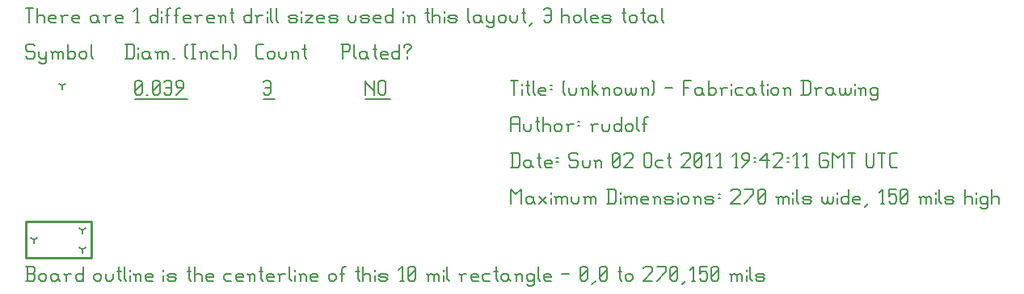
<source format=gbr>
G04 start of page 11 for group -3984 idx -3984 *
G04 Title: (unknown), fab *
G04 Creator: pcb 20100929 *
G04 CreationDate: Sun 02 Oct 2011 19:42:11 GMT UTC *
G04 For: rudolf *
G04 Format: Gerber/RS-274X *
G04 PCB-Dimensions: 27001 15001 *
G04 PCB-Coordinate-Origin: lower left *
%MOIN*%
%FSLAX25Y25*%
%LNFAB*%
%ADD14C,0.0100*%
%ADD15C,0.0080*%
%ADD16C,0.0060*%
G54D15*X3500Y7501D02*Y5901D01*
Y7501D02*X4886Y8301D01*
X3500Y7501D02*X2114Y8301D01*
X23500Y3501D02*Y1901D01*
Y3501D02*X24886Y4301D01*
X23500Y3501D02*X22114Y4301D01*
X23500Y11501D02*Y9901D01*
Y11501D02*X24886Y12301D01*
X23500Y11501D02*X22114Y12301D01*
X15000Y71251D02*Y69651D01*
Y71251D02*X16386Y72051D01*
X15000Y71251D02*X13614Y72051D01*
G54D16*X140000Y73501D02*Y67501D01*
Y73501D02*Y72751D01*
X143750Y69001D01*
Y73501D02*Y67501D01*
X145551Y72751D02*Y68251D01*
Y72751D02*X146301Y73501D01*
X147801D01*
X148551Y72751D01*
Y68251D01*
X147801Y67501D02*X148551Y68251D01*
X146301Y67501D02*X147801D01*
X145551Y68251D02*X146301Y67501D01*
X140000Y65750D02*X150353D01*
X98000Y72751D02*X98750Y73501D01*
X100250D01*
X101000Y72751D01*
Y68251D01*
X100250Y67501D02*X101000Y68251D01*
X98750Y67501D02*X100250D01*
X98000Y68251D02*X98750Y67501D01*
Y70501D02*X101000D01*
X98000Y65750D02*X102801D01*
X45000Y68251D02*X45750Y67501D01*
X45000Y72751D02*Y68251D01*
Y72751D02*X45750Y73501D01*
X47250D01*
X48000Y72751D01*
Y68251D01*
X47250Y67501D02*X48000Y68251D01*
X45750Y67501D02*X47250D01*
X45000Y69001D02*X48000Y72001D01*
X49801Y67501D02*X50551D01*
X52353Y68251D02*X53103Y67501D01*
X52353Y72751D02*Y68251D01*
Y72751D02*X53103Y73501D01*
X54603D01*
X55353Y72751D01*
Y68251D01*
X54603Y67501D02*X55353Y68251D01*
X53103Y67501D02*X54603D01*
X52353Y69001D02*X55353Y72001D01*
X57154Y72751D02*X57904Y73501D01*
X59404D01*
X60154Y72751D01*
Y68251D01*
X59404Y67501D02*X60154Y68251D01*
X57904Y67501D02*X59404D01*
X57154Y68251D02*X57904Y67501D01*
Y70501D02*X60154D01*
X61956Y67501D02*X64956Y70501D01*
Y72751D02*Y70501D01*
X64206Y73501D02*X64956Y72751D01*
X62706Y73501D02*X64206D01*
X61956Y72751D02*X62706Y73501D01*
X61956Y72751D02*Y71251D01*
X62706Y70501D01*
X64956D01*
X45000Y65750D02*X66757D01*
X3000Y88501D02*X3750Y87751D01*
X750Y88501D02*X3000D01*
X0Y87751D02*X750Y88501D01*
X0Y87751D02*Y86251D01*
X750Y85501D01*
X3000D01*
X3750Y84751D01*
Y83251D01*
X3000Y82501D02*X3750Y83251D01*
X750Y82501D02*X3000D01*
X0Y83251D02*X750Y82501D01*
X5551Y85501D02*Y83251D01*
X6301Y82501D01*
X8551Y85501D02*Y81001D01*
X7801Y80251D02*X8551Y81001D01*
X6301Y80251D02*X7801D01*
X5551Y81001D02*X6301Y80251D01*
Y82501D02*X7801D01*
X8551Y83251D01*
X11103Y84751D02*Y82501D01*
Y84751D02*X11853Y85501D01*
X12603D01*
X13353Y84751D01*
Y82501D01*
Y84751D02*X14103Y85501D01*
X14853D01*
X15603Y84751D01*
Y82501D01*
X10353Y85501D02*X11103Y84751D01*
X17404Y88501D02*Y82501D01*
Y83251D02*X18154Y82501D01*
X19654D01*
X20404Y83251D01*
Y84751D02*Y83251D01*
X19654Y85501D02*X20404Y84751D01*
X18154Y85501D02*X19654D01*
X17404Y84751D02*X18154Y85501D01*
X22206Y84751D02*Y83251D01*
Y84751D02*X22956Y85501D01*
X24456D01*
X25206Y84751D01*
Y83251D01*
X24456Y82501D02*X25206Y83251D01*
X22956Y82501D02*X24456D01*
X22206Y83251D02*X22956Y82501D01*
X27007Y88501D02*Y83251D01*
X27757Y82501D01*
X41750Y88501D02*Y82501D01*
X44000Y88501D02*X44750Y87751D01*
Y83251D01*
X44000Y82501D02*X44750Y83251D01*
X41000Y82501D02*X44000D01*
X41000Y88501D02*X44000D01*
X46551Y87001D02*Y86251D01*
Y84751D02*Y82501D01*
X50303Y85501D02*X51053Y84751D01*
X48803Y85501D02*X50303D01*
X48053Y84751D02*X48803Y85501D01*
X48053Y84751D02*Y83251D01*
X48803Y82501D01*
X51053Y85501D02*Y83251D01*
X51803Y82501D01*
X48803D02*X50303D01*
X51053Y83251D01*
X54354Y84751D02*Y82501D01*
Y84751D02*X55104Y85501D01*
X55854D01*
X56604Y84751D01*
Y82501D01*
Y84751D02*X57354Y85501D01*
X58104D01*
X58854Y84751D01*
Y82501D01*
X53604Y85501D02*X54354Y84751D01*
X60656Y82501D02*X61406D01*
X65907Y83251D02*X66657Y82501D01*
X65907Y87751D02*X66657Y88501D01*
X65907Y87751D02*Y83251D01*
X68459Y88501D02*X69959D01*
X69209D02*Y82501D01*
X68459D02*X69959D01*
X72510Y84751D02*Y82501D01*
Y84751D02*X73260Y85501D01*
X74010D01*
X74760Y84751D01*
Y82501D01*
X71760Y85501D02*X72510Y84751D01*
X77312Y85501D02*X79562D01*
X76562Y84751D02*X77312Y85501D01*
X76562Y84751D02*Y83251D01*
X77312Y82501D01*
X79562D01*
X81363Y88501D02*Y82501D01*
Y84751D02*X82113Y85501D01*
X83613D01*
X84363Y84751D01*
Y82501D01*
X86165Y88501D02*X86915Y87751D01*
Y83251D01*
X86165Y82501D02*X86915Y83251D01*
X95750Y82501D02*X98000D01*
X95000Y83251D02*X95750Y82501D01*
X95000Y87751D02*Y83251D01*
Y87751D02*X95750Y88501D01*
X98000D01*
X99801Y84751D02*Y83251D01*
Y84751D02*X100551Y85501D01*
X102051D01*
X102801Y84751D01*
Y83251D01*
X102051Y82501D02*X102801Y83251D01*
X100551Y82501D02*X102051D01*
X99801Y83251D02*X100551Y82501D01*
X104603Y85501D02*Y83251D01*
X105353Y82501D01*
X106853D01*
X107603Y83251D01*
Y85501D02*Y83251D01*
X110154Y84751D02*Y82501D01*
Y84751D02*X110904Y85501D01*
X111654D01*
X112404Y84751D01*
Y82501D01*
X109404Y85501D02*X110154Y84751D01*
X114956Y88501D02*Y83251D01*
X115706Y82501D01*
X114206Y86251D02*X115706D01*
X130750Y88501D02*Y82501D01*
X130000Y88501D02*X133000D01*
X133750Y87751D01*
Y86251D01*
X133000Y85501D02*X133750Y86251D01*
X130750Y85501D02*X133000D01*
X135551Y88501D02*Y83251D01*
X136301Y82501D01*
X140053Y85501D02*X140803Y84751D01*
X138553Y85501D02*X140053D01*
X137803Y84751D02*X138553Y85501D01*
X137803Y84751D02*Y83251D01*
X138553Y82501D01*
X140803Y85501D02*Y83251D01*
X141553Y82501D01*
X138553D02*X140053D01*
X140803Y83251D01*
X144104Y88501D02*Y83251D01*
X144854Y82501D01*
X143354Y86251D02*X144854D01*
X147106Y82501D02*X149356D01*
X146356Y83251D02*X147106Y82501D01*
X146356Y84751D02*Y83251D01*
Y84751D02*X147106Y85501D01*
X148606D01*
X149356Y84751D01*
X146356Y84001D02*X149356D01*
Y84751D02*Y84001D01*
X154157Y88501D02*Y82501D01*
X153407D02*X154157Y83251D01*
X151907Y82501D02*X153407D01*
X151157Y83251D02*X151907Y82501D01*
X151157Y84751D02*Y83251D01*
Y84751D02*X151907Y85501D01*
X153407D01*
X154157Y84751D01*
X157459Y85501D02*Y84751D01*
Y83251D02*Y82501D01*
X155959Y87751D02*Y87001D01*
Y87751D02*X156709Y88501D01*
X158209D01*
X158959Y87751D01*
Y87001D01*
X157459Y85501D02*X158959Y87001D01*
X0Y103501D02*X3000D01*
X1500D02*Y97501D01*
X4801Y103501D02*Y97501D01*
Y99751D02*X5551Y100501D01*
X7051D01*
X7801Y99751D01*
Y97501D01*
X10353D02*X12603D01*
X9603Y98251D02*X10353Y97501D01*
X9603Y99751D02*Y98251D01*
Y99751D02*X10353Y100501D01*
X11853D01*
X12603Y99751D01*
X9603Y99001D02*X12603D01*
Y99751D02*Y99001D01*
X15154Y99751D02*Y97501D01*
Y99751D02*X15904Y100501D01*
X17404D01*
X14404D02*X15154Y99751D01*
X19956Y97501D02*X22206D01*
X19206Y98251D02*X19956Y97501D01*
X19206Y99751D02*Y98251D01*
Y99751D02*X19956Y100501D01*
X21456D01*
X22206Y99751D01*
X19206Y99001D02*X22206D01*
Y99751D02*Y99001D01*
X28957Y100501D02*X29707Y99751D01*
X27457Y100501D02*X28957D01*
X26707Y99751D02*X27457Y100501D01*
X26707Y99751D02*Y98251D01*
X27457Y97501D01*
X29707Y100501D02*Y98251D01*
X30457Y97501D01*
X27457D02*X28957D01*
X29707Y98251D01*
X33009Y99751D02*Y97501D01*
Y99751D02*X33759Y100501D01*
X35259D01*
X32259D02*X33009Y99751D01*
X37810Y97501D02*X40060D01*
X37060Y98251D02*X37810Y97501D01*
X37060Y99751D02*Y98251D01*
Y99751D02*X37810Y100501D01*
X39310D01*
X40060Y99751D01*
X37060Y99001D02*X40060D01*
Y99751D02*Y99001D01*
X45312Y97501D02*X46812D01*
X46062Y103501D02*Y97501D01*
X44562Y102001D02*X46062Y103501D01*
X54313D02*Y97501D01*
X53563D02*X54313Y98251D01*
X52063Y97501D02*X53563D01*
X51313Y98251D02*X52063Y97501D01*
X51313Y99751D02*Y98251D01*
Y99751D02*X52063Y100501D01*
X53563D01*
X54313Y99751D01*
X56115Y102001D02*Y101251D01*
Y99751D02*Y97501D01*
X58366Y102751D02*Y97501D01*
Y102751D02*X59116Y103501D01*
X59866D01*
X57616Y100501D02*X59116D01*
X62118Y102751D02*Y97501D01*
Y102751D02*X62868Y103501D01*
X63618D01*
X61368Y100501D02*X62868D01*
X65869Y97501D02*X68119D01*
X65119Y98251D02*X65869Y97501D01*
X65119Y99751D02*Y98251D01*
Y99751D02*X65869Y100501D01*
X67369D01*
X68119Y99751D01*
X65119Y99001D02*X68119D01*
Y99751D02*Y99001D01*
X70671Y99751D02*Y97501D01*
Y99751D02*X71421Y100501D01*
X72921D01*
X69921D02*X70671Y99751D01*
X75472Y97501D02*X77722D01*
X74722Y98251D02*X75472Y97501D01*
X74722Y99751D02*Y98251D01*
Y99751D02*X75472Y100501D01*
X76972D01*
X77722Y99751D01*
X74722Y99001D02*X77722D01*
Y99751D02*Y99001D01*
X80274Y99751D02*Y97501D01*
Y99751D02*X81024Y100501D01*
X81774D01*
X82524Y99751D01*
Y97501D01*
X79524Y100501D02*X80274Y99751D01*
X85075Y103501D02*Y98251D01*
X85825Y97501D01*
X84325Y101251D02*X85825D01*
X93027Y103501D02*Y97501D01*
X92277D02*X93027Y98251D01*
X90777Y97501D02*X92277D01*
X90027Y98251D02*X90777Y97501D01*
X90027Y99751D02*Y98251D01*
Y99751D02*X90777Y100501D01*
X92277D01*
X93027Y99751D01*
X95578D02*Y97501D01*
Y99751D02*X96328Y100501D01*
X97828D01*
X94828D02*X95578Y99751D01*
X99630Y102001D02*Y101251D01*
Y99751D02*Y97501D01*
X101131Y103501D02*Y98251D01*
X101881Y97501D01*
X103383Y103501D02*Y98251D01*
X104133Y97501D01*
X109084D02*X111334D01*
X112084Y98251D01*
X111334Y99001D02*X112084Y98251D01*
X109084Y99001D02*X111334D01*
X108334Y99751D02*X109084Y99001D01*
X108334Y99751D02*X109084Y100501D01*
X111334D01*
X112084Y99751D01*
X108334Y98251D02*X109084Y97501D01*
X113886Y102001D02*Y101251D01*
Y99751D02*Y97501D01*
X115387Y100501D02*X118387D01*
X115387Y97501D02*X118387Y100501D01*
X115387Y97501D02*X118387D01*
X120939D02*X123189D01*
X120189Y98251D02*X120939Y97501D01*
X120189Y99751D02*Y98251D01*
Y99751D02*X120939Y100501D01*
X122439D01*
X123189Y99751D01*
X120189Y99001D02*X123189D01*
Y99751D02*Y99001D01*
X125740Y97501D02*X127990D01*
X128740Y98251D01*
X127990Y99001D02*X128740Y98251D01*
X125740Y99001D02*X127990D01*
X124990Y99751D02*X125740Y99001D01*
X124990Y99751D02*X125740Y100501D01*
X127990D01*
X128740Y99751D01*
X124990Y98251D02*X125740Y97501D01*
X133242Y100501D02*Y98251D01*
X133992Y97501D01*
X135492D01*
X136242Y98251D01*
Y100501D02*Y98251D01*
X138793Y97501D02*X141043D01*
X141793Y98251D01*
X141043Y99001D02*X141793Y98251D01*
X138793Y99001D02*X141043D01*
X138043Y99751D02*X138793Y99001D01*
X138043Y99751D02*X138793Y100501D01*
X141043D01*
X141793Y99751D01*
X138043Y98251D02*X138793Y97501D01*
X144345D02*X146595D01*
X143595Y98251D02*X144345Y97501D01*
X143595Y99751D02*Y98251D01*
Y99751D02*X144345Y100501D01*
X145845D01*
X146595Y99751D01*
X143595Y99001D02*X146595D01*
Y99751D02*Y99001D01*
X151396Y103501D02*Y97501D01*
X150646D02*X151396Y98251D01*
X149146Y97501D02*X150646D01*
X148396Y98251D02*X149146Y97501D01*
X148396Y99751D02*Y98251D01*
Y99751D02*X149146Y100501D01*
X150646D01*
X151396Y99751D01*
X155898Y102001D02*Y101251D01*
Y99751D02*Y97501D01*
X158149Y99751D02*Y97501D01*
Y99751D02*X158899Y100501D01*
X159649D01*
X160399Y99751D01*
Y97501D01*
X157399Y100501D02*X158149Y99751D01*
X165651Y103501D02*Y98251D01*
X166401Y97501D01*
X164901Y101251D02*X166401D01*
X167902Y103501D02*Y97501D01*
Y99751D02*X168652Y100501D01*
X170152D01*
X170902Y99751D01*
Y97501D01*
X172704Y102001D02*Y101251D01*
Y99751D02*Y97501D01*
X174955D02*X177205D01*
X177955Y98251D01*
X177205Y99001D02*X177955Y98251D01*
X174955Y99001D02*X177205D01*
X174205Y99751D02*X174955Y99001D01*
X174205Y99751D02*X174955Y100501D01*
X177205D01*
X177955Y99751D01*
X174205Y98251D02*X174955Y97501D01*
X182457Y103501D02*Y98251D01*
X183207Y97501D01*
X186958Y100501D02*X187708Y99751D01*
X185458Y100501D02*X186958D01*
X184708Y99751D02*X185458Y100501D01*
X184708Y99751D02*Y98251D01*
X185458Y97501D01*
X187708Y100501D02*Y98251D01*
X188458Y97501D01*
X185458D02*X186958D01*
X187708Y98251D01*
X190260Y100501D02*Y98251D01*
X191010Y97501D01*
X193260Y100501D02*Y96001D01*
X192510Y95251D02*X193260Y96001D01*
X191010Y95251D02*X192510D01*
X190260Y96001D02*X191010Y95251D01*
Y97501D02*X192510D01*
X193260Y98251D01*
X195061Y99751D02*Y98251D01*
Y99751D02*X195811Y100501D01*
X197311D01*
X198061Y99751D01*
Y98251D01*
X197311Y97501D02*X198061Y98251D01*
X195811Y97501D02*X197311D01*
X195061Y98251D02*X195811Y97501D01*
X199863Y100501D02*Y98251D01*
X200613Y97501D01*
X202113D01*
X202863Y98251D01*
Y100501D02*Y98251D01*
X205414Y103501D02*Y98251D01*
X206164Y97501D01*
X204664Y101251D02*X206164D01*
X207666Y96001D02*X209166Y97501D01*
X213667Y102751D02*X214417Y103501D01*
X215917D01*
X216667Y102751D01*
Y98251D01*
X215917Y97501D02*X216667Y98251D01*
X214417Y97501D02*X215917D01*
X213667Y98251D02*X214417Y97501D01*
Y100501D02*X216667D01*
X221169Y103501D02*Y97501D01*
Y99751D02*X221919Y100501D01*
X223419D01*
X224169Y99751D01*
Y97501D01*
X225970Y99751D02*Y98251D01*
Y99751D02*X226720Y100501D01*
X228220D01*
X228970Y99751D01*
Y98251D01*
X228220Y97501D02*X228970Y98251D01*
X226720Y97501D02*X228220D01*
X225970Y98251D02*X226720Y97501D01*
X230772Y103501D02*Y98251D01*
X231522Y97501D01*
X233773D02*X236023D01*
X233023Y98251D02*X233773Y97501D01*
X233023Y99751D02*Y98251D01*
Y99751D02*X233773Y100501D01*
X235273D01*
X236023Y99751D01*
X233023Y99001D02*X236023D01*
Y99751D02*Y99001D01*
X238575Y97501D02*X240825D01*
X241575Y98251D01*
X240825Y99001D02*X241575Y98251D01*
X238575Y99001D02*X240825D01*
X237825Y99751D02*X238575Y99001D01*
X237825Y99751D02*X238575Y100501D01*
X240825D01*
X241575Y99751D01*
X237825Y98251D02*X238575Y97501D01*
X246826Y103501D02*Y98251D01*
X247576Y97501D01*
X246076Y101251D02*X247576D01*
X249078Y99751D02*Y98251D01*
Y99751D02*X249828Y100501D01*
X251328D01*
X252078Y99751D01*
Y98251D01*
X251328Y97501D02*X252078Y98251D01*
X249828Y97501D02*X251328D01*
X249078Y98251D02*X249828Y97501D01*
X254629Y103501D02*Y98251D01*
X255379Y97501D01*
X253879Y101251D02*X255379D01*
X259131Y100501D02*X259881Y99751D01*
X257631Y100501D02*X259131D01*
X256881Y99751D02*X257631Y100501D01*
X256881Y99751D02*Y98251D01*
X257631Y97501D01*
X259881Y100501D02*Y98251D01*
X260631Y97501D01*
X257631D02*X259131D01*
X259881Y98251D01*
X262432Y103501D02*Y98251D01*
X263182Y97501D01*
G54D14*X0Y15001D02*X27001D01*
X0D02*Y0D01*
X27001Y15001D02*Y0D01*
X0D02*X27001D01*
G54D16*X200000Y28501D02*Y22501D01*
Y28501D02*X202250Y26251D01*
X204500Y28501D01*
Y22501D01*
X208551Y25501D02*X209301Y24751D01*
X207051Y25501D02*X208551D01*
X206301Y24751D02*X207051Y25501D01*
X206301Y24751D02*Y23251D01*
X207051Y22501D01*
X209301Y25501D02*Y23251D01*
X210051Y22501D01*
X207051D02*X208551D01*
X209301Y23251D01*
X211853Y25501D02*X214853Y22501D01*
X211853D02*X214853Y25501D01*
X216654Y27001D02*Y26251D01*
Y24751D02*Y22501D01*
X218906Y24751D02*Y22501D01*
Y24751D02*X219656Y25501D01*
X220406D01*
X221156Y24751D01*
Y22501D01*
Y24751D02*X221906Y25501D01*
X222656D01*
X223406Y24751D01*
Y22501D01*
X218156Y25501D02*X218906Y24751D01*
X225207Y25501D02*Y23251D01*
X225957Y22501D01*
X227457D01*
X228207Y23251D01*
Y25501D02*Y23251D01*
X230759Y24751D02*Y22501D01*
Y24751D02*X231509Y25501D01*
X232259D01*
X233009Y24751D01*
Y22501D01*
Y24751D02*X233759Y25501D01*
X234509D01*
X235259Y24751D01*
Y22501D01*
X230009Y25501D02*X230759Y24751D01*
X240510Y28501D02*Y22501D01*
X242760Y28501D02*X243510Y27751D01*
Y23251D01*
X242760Y22501D02*X243510Y23251D01*
X239760Y22501D02*X242760D01*
X239760Y28501D02*X242760D01*
X245312Y27001D02*Y26251D01*
Y24751D02*Y22501D01*
X247563Y24751D02*Y22501D01*
Y24751D02*X248313Y25501D01*
X249063D01*
X249813Y24751D01*
Y22501D01*
Y24751D02*X250563Y25501D01*
X251313D01*
X252063Y24751D01*
Y22501D01*
X246813Y25501D02*X247563Y24751D01*
X254615Y22501D02*X256865D01*
X253865Y23251D02*X254615Y22501D01*
X253865Y24751D02*Y23251D01*
Y24751D02*X254615Y25501D01*
X256115D01*
X256865Y24751D01*
X253865Y24001D02*X256865D01*
Y24751D02*Y24001D01*
X259416Y24751D02*Y22501D01*
Y24751D02*X260166Y25501D01*
X260916D01*
X261666Y24751D01*
Y22501D01*
X258666Y25501D02*X259416Y24751D01*
X264218Y22501D02*X266468D01*
X267218Y23251D01*
X266468Y24001D02*X267218Y23251D01*
X264218Y24001D02*X266468D01*
X263468Y24751D02*X264218Y24001D01*
X263468Y24751D02*X264218Y25501D01*
X266468D01*
X267218Y24751D01*
X263468Y23251D02*X264218Y22501D01*
X269019Y27001D02*Y26251D01*
Y24751D02*Y22501D01*
X270521Y24751D02*Y23251D01*
Y24751D02*X271271Y25501D01*
X272771D01*
X273521Y24751D01*
Y23251D01*
X272771Y22501D02*X273521Y23251D01*
X271271Y22501D02*X272771D01*
X270521Y23251D02*X271271Y22501D01*
X276072Y24751D02*Y22501D01*
Y24751D02*X276822Y25501D01*
X277572D01*
X278322Y24751D01*
Y22501D01*
X275322Y25501D02*X276072Y24751D01*
X280874Y22501D02*X283124D01*
X283874Y23251D01*
X283124Y24001D02*X283874Y23251D01*
X280874Y24001D02*X283124D01*
X280124Y24751D02*X280874Y24001D01*
X280124Y24751D02*X280874Y25501D01*
X283124D01*
X283874Y24751D01*
X280124Y23251D02*X280874Y22501D01*
X285675Y26251D02*X286425D01*
X285675Y24751D02*X286425D01*
X290927Y27751D02*X291677Y28501D01*
X293927D01*
X294677Y27751D01*
Y26251D01*
X290927Y22501D02*X294677Y26251D01*
X290927Y22501D02*X294677D01*
X296478D02*X300228Y26251D01*
Y28501D02*Y26251D01*
X296478Y28501D02*X300228D01*
X302030Y23251D02*X302780Y22501D01*
X302030Y27751D02*Y23251D01*
Y27751D02*X302780Y28501D01*
X304280D01*
X305030Y27751D01*
Y23251D01*
X304280Y22501D02*X305030Y23251D01*
X302780Y22501D02*X304280D01*
X302030Y24001D02*X305030Y27001D01*
X310281Y24751D02*Y22501D01*
Y24751D02*X311031Y25501D01*
X311781D01*
X312531Y24751D01*
Y22501D01*
Y24751D02*X313281Y25501D01*
X314031D01*
X314781Y24751D01*
Y22501D01*
X309531Y25501D02*X310281Y24751D01*
X316583Y27001D02*Y26251D01*
Y24751D02*Y22501D01*
X318084Y28501D02*Y23251D01*
X318834Y22501D01*
X321086D02*X323336D01*
X324086Y23251D01*
X323336Y24001D02*X324086Y23251D01*
X321086Y24001D02*X323336D01*
X320336Y24751D02*X321086Y24001D01*
X320336Y24751D02*X321086Y25501D01*
X323336D01*
X324086Y24751D01*
X320336Y23251D02*X321086Y22501D01*
X328587Y25501D02*Y23251D01*
X329337Y22501D01*
X330087D01*
X330837Y23251D01*
Y25501D02*Y23251D01*
X331587Y22501D01*
X332337D01*
X333087Y23251D01*
Y25501D02*Y23251D01*
X334889Y27001D02*Y26251D01*
Y24751D02*Y22501D01*
X339390Y28501D02*Y22501D01*
X338640D02*X339390Y23251D01*
X337140Y22501D02*X338640D01*
X336390Y23251D02*X337140Y22501D01*
X336390Y24751D02*Y23251D01*
Y24751D02*X337140Y25501D01*
X338640D01*
X339390Y24751D01*
X341942Y22501D02*X344192D01*
X341192Y23251D02*X341942Y22501D01*
X341192Y24751D02*Y23251D01*
Y24751D02*X341942Y25501D01*
X343442D01*
X344192Y24751D01*
X341192Y24001D02*X344192D01*
Y24751D02*Y24001D01*
X345993Y21001D02*X347493Y22501D01*
X352745D02*X354245D01*
X353495Y28501D02*Y22501D01*
X351995Y27001D02*X353495Y28501D01*
X356046D02*X359046D01*
X356046D02*Y25501D01*
X356796Y26251D01*
X358296D01*
X359046Y25501D01*
Y23251D01*
X358296Y22501D02*X359046Y23251D01*
X356796Y22501D02*X358296D01*
X356046Y23251D02*X356796Y22501D01*
X360848Y23251D02*X361598Y22501D01*
X360848Y27751D02*Y23251D01*
Y27751D02*X361598Y28501D01*
X363098D01*
X363848Y27751D01*
Y23251D01*
X363098Y22501D02*X363848Y23251D01*
X361598Y22501D02*X363098D01*
X360848Y24001D02*X363848Y27001D01*
X369099Y24751D02*Y22501D01*
Y24751D02*X369849Y25501D01*
X370599D01*
X371349Y24751D01*
Y22501D01*
Y24751D02*X372099Y25501D01*
X372849D01*
X373599Y24751D01*
Y22501D01*
X368349Y25501D02*X369099Y24751D01*
X375401Y27001D02*Y26251D01*
Y24751D02*Y22501D01*
X376902Y28501D02*Y23251D01*
X377652Y22501D01*
X379904D02*X382154D01*
X382904Y23251D01*
X382154Y24001D02*X382904Y23251D01*
X379904Y24001D02*X382154D01*
X379154Y24751D02*X379904Y24001D01*
X379154Y24751D02*X379904Y25501D01*
X382154D01*
X382904Y24751D01*
X379154Y23251D02*X379904Y22501D01*
X387405Y28501D02*Y22501D01*
Y24751D02*X388155Y25501D01*
X389655D01*
X390405Y24751D01*
Y22501D01*
X392207Y27001D02*Y26251D01*
Y24751D02*Y22501D01*
X395958Y25501D02*X396708Y24751D01*
X394458Y25501D02*X395958D01*
X393708Y24751D02*X394458Y25501D01*
X393708Y24751D02*Y23251D01*
X394458Y22501D01*
X395958D01*
X396708Y23251D01*
X393708Y21001D02*X394458Y20251D01*
X395958D01*
X396708Y21001D01*
Y25501D02*Y21001D01*
X398510Y28501D02*Y22501D01*
Y24751D02*X399260Y25501D01*
X400760D01*
X401510Y24751D01*
Y22501D01*
X0Y-9500D02*X3000D01*
X3750Y-8750D01*
Y-7250D02*Y-8750D01*
X3000Y-6500D02*X3750Y-7250D01*
X750Y-6500D02*X3000D01*
X750Y-3500D02*Y-9500D01*
X0Y-3500D02*X3000D01*
X3750Y-4250D01*
Y-5750D01*
X3000Y-6500D02*X3750Y-5750D01*
X5551Y-7250D02*Y-8750D01*
Y-7250D02*X6301Y-6500D01*
X7801D01*
X8551Y-7250D01*
Y-8750D01*
X7801Y-9500D02*X8551Y-8750D01*
X6301Y-9500D02*X7801D01*
X5551Y-8750D02*X6301Y-9500D01*
X12603Y-6500D02*X13353Y-7250D01*
X11103Y-6500D02*X12603D01*
X10353Y-7250D02*X11103Y-6500D01*
X10353Y-7250D02*Y-8750D01*
X11103Y-9500D01*
X13353Y-6500D02*Y-8750D01*
X14103Y-9500D01*
X11103D02*X12603D01*
X13353Y-8750D01*
X16654Y-7250D02*Y-9500D01*
Y-7250D02*X17404Y-6500D01*
X18904D01*
X15904D02*X16654Y-7250D01*
X23706Y-3500D02*Y-9500D01*
X22956D02*X23706Y-8750D01*
X21456Y-9500D02*X22956D01*
X20706Y-8750D02*X21456Y-9500D01*
X20706Y-7250D02*Y-8750D01*
Y-7250D02*X21456Y-6500D01*
X22956D01*
X23706Y-7250D01*
X28207D02*Y-8750D01*
Y-7250D02*X28957Y-6500D01*
X30457D01*
X31207Y-7250D01*
Y-8750D01*
X30457Y-9500D02*X31207Y-8750D01*
X28957Y-9500D02*X30457D01*
X28207Y-8750D02*X28957Y-9500D01*
X33009Y-6500D02*Y-8750D01*
X33759Y-9500D01*
X35259D01*
X36009Y-8750D01*
Y-6500D02*Y-8750D01*
X38560Y-3500D02*Y-8750D01*
X39310Y-9500D01*
X37810Y-5750D02*X39310D01*
X40812Y-3500D02*Y-8750D01*
X41562Y-9500D01*
X43063Y-5000D02*Y-5750D01*
Y-7250D02*Y-9500D01*
X45315Y-7250D02*Y-9500D01*
Y-7250D02*X46065Y-6500D01*
X46815D01*
X47565Y-7250D01*
Y-9500D01*
X44565Y-6500D02*X45315Y-7250D01*
X50116Y-9500D02*X52366D01*
X49366Y-8750D02*X50116Y-9500D01*
X49366Y-7250D02*Y-8750D01*
Y-7250D02*X50116Y-6500D01*
X51616D01*
X52366Y-7250D01*
X49366Y-8000D02*X52366D01*
Y-7250D02*Y-8000D01*
X56868Y-5000D02*Y-5750D01*
Y-7250D02*Y-9500D01*
X59119D02*X61369D01*
X62119Y-8750D01*
X61369Y-8000D02*X62119Y-8750D01*
X59119Y-8000D02*X61369D01*
X58369Y-7250D02*X59119Y-8000D01*
X58369Y-7250D02*X59119Y-6500D01*
X61369D01*
X62119Y-7250D01*
X58369Y-8750D02*X59119Y-9500D01*
X67371Y-3500D02*Y-8750D01*
X68121Y-9500D01*
X66621Y-5750D02*X68121D01*
X69622Y-3500D02*Y-9500D01*
Y-7250D02*X70372Y-6500D01*
X71872D01*
X72622Y-7250D01*
Y-9500D01*
X75174D02*X77424D01*
X74424Y-8750D02*X75174Y-9500D01*
X74424Y-7250D02*Y-8750D01*
Y-7250D02*X75174Y-6500D01*
X76674D01*
X77424Y-7250D01*
X74424Y-8000D02*X77424D01*
Y-7250D02*Y-8000D01*
X82675Y-6500D02*X84925D01*
X81925Y-7250D02*X82675Y-6500D01*
X81925Y-7250D02*Y-8750D01*
X82675Y-9500D01*
X84925D01*
X87477D02*X89727D01*
X86727Y-8750D02*X87477Y-9500D01*
X86727Y-7250D02*Y-8750D01*
Y-7250D02*X87477Y-6500D01*
X88977D01*
X89727Y-7250D01*
X86727Y-8000D02*X89727D01*
Y-7250D02*Y-8000D01*
X92278Y-7250D02*Y-9500D01*
Y-7250D02*X93028Y-6500D01*
X93778D01*
X94528Y-7250D01*
Y-9500D01*
X91528Y-6500D02*X92278Y-7250D01*
X97080Y-3500D02*Y-8750D01*
X97830Y-9500D01*
X96330Y-5750D02*X97830D01*
X100081Y-9500D02*X102331D01*
X99331Y-8750D02*X100081Y-9500D01*
X99331Y-7250D02*Y-8750D01*
Y-7250D02*X100081Y-6500D01*
X101581D01*
X102331Y-7250D01*
X99331Y-8000D02*X102331D01*
Y-7250D02*Y-8000D01*
X104883Y-7250D02*Y-9500D01*
Y-7250D02*X105633Y-6500D01*
X107133D01*
X104133D02*X104883Y-7250D01*
X108934Y-3500D02*Y-8750D01*
X109684Y-9500D01*
X111186Y-5000D02*Y-5750D01*
Y-7250D02*Y-9500D01*
X113437Y-7250D02*Y-9500D01*
Y-7250D02*X114187Y-6500D01*
X114937D01*
X115687Y-7250D01*
Y-9500D01*
X112687Y-6500D02*X113437Y-7250D01*
X118239Y-9500D02*X120489D01*
X117489Y-8750D02*X118239Y-9500D01*
X117489Y-7250D02*Y-8750D01*
Y-7250D02*X118239Y-6500D01*
X119739D01*
X120489Y-7250D01*
X117489Y-8000D02*X120489D01*
Y-7250D02*Y-8000D01*
X124990Y-7250D02*Y-8750D01*
Y-7250D02*X125740Y-6500D01*
X127240D01*
X127990Y-7250D01*
Y-8750D01*
X127240Y-9500D02*X127990Y-8750D01*
X125740Y-9500D02*X127240D01*
X124990Y-8750D02*X125740Y-9500D01*
X130542Y-4250D02*Y-9500D01*
Y-4250D02*X131292Y-3500D01*
X132042D01*
X129792Y-6500D02*X131292D01*
X136993Y-3500D02*Y-8750D01*
X137743Y-9500D01*
X136243Y-5750D02*X137743D01*
X139245Y-3500D02*Y-9500D01*
Y-7250D02*X139995Y-6500D01*
X141495D01*
X142245Y-7250D01*
Y-9500D01*
X144046Y-5000D02*Y-5750D01*
Y-7250D02*Y-9500D01*
X146298D02*X148548D01*
X149298Y-8750D01*
X148548Y-8000D02*X149298Y-8750D01*
X146298Y-8000D02*X148548D01*
X145548Y-7250D02*X146298Y-8000D01*
X145548Y-7250D02*X146298Y-6500D01*
X148548D01*
X149298Y-7250D01*
X145548Y-8750D02*X146298Y-9500D01*
X154549D02*X156049D01*
X155299Y-3500D02*Y-9500D01*
X153799Y-5000D02*X155299Y-3500D01*
X157851Y-8750D02*X158601Y-9500D01*
X157851Y-4250D02*Y-8750D01*
Y-4250D02*X158601Y-3500D01*
X160101D01*
X160851Y-4250D01*
Y-8750D01*
X160101Y-9500D02*X160851Y-8750D01*
X158601Y-9500D02*X160101D01*
X157851Y-8000D02*X160851Y-5000D01*
X166102Y-7250D02*Y-9500D01*
Y-7250D02*X166852Y-6500D01*
X167602D01*
X168352Y-7250D01*
Y-9500D01*
Y-7250D02*X169102Y-6500D01*
X169852D01*
X170602Y-7250D01*
Y-9500D01*
X165352Y-6500D02*X166102Y-7250D01*
X172404Y-5000D02*Y-5750D01*
Y-7250D02*Y-9500D01*
X173905Y-3500D02*Y-8750D01*
X174655Y-9500D01*
X179607Y-7250D02*Y-9500D01*
Y-7250D02*X180357Y-6500D01*
X181857D01*
X178857D02*X179607Y-7250D01*
X184408Y-9500D02*X186658D01*
X183658Y-8750D02*X184408Y-9500D01*
X183658Y-7250D02*Y-8750D01*
Y-7250D02*X184408Y-6500D01*
X185908D01*
X186658Y-7250D01*
X183658Y-8000D02*X186658D01*
Y-7250D02*Y-8000D01*
X189210Y-6500D02*X191460D01*
X188460Y-7250D02*X189210Y-6500D01*
X188460Y-7250D02*Y-8750D01*
X189210Y-9500D01*
X191460D01*
X194011Y-3500D02*Y-8750D01*
X194761Y-9500D01*
X193261Y-5750D02*X194761D01*
X198513Y-6500D02*X199263Y-7250D01*
X197013Y-6500D02*X198513D01*
X196263Y-7250D02*X197013Y-6500D01*
X196263Y-7250D02*Y-8750D01*
X197013Y-9500D01*
X199263Y-6500D02*Y-8750D01*
X200013Y-9500D01*
X197013D02*X198513D01*
X199263Y-8750D01*
X202564Y-7250D02*Y-9500D01*
Y-7250D02*X203314Y-6500D01*
X204064D01*
X204814Y-7250D01*
Y-9500D01*
X201814Y-6500D02*X202564Y-7250D01*
X208866Y-6500D02*X209616Y-7250D01*
X207366Y-6500D02*X208866D01*
X206616Y-7250D02*X207366Y-6500D01*
X206616Y-7250D02*Y-8750D01*
X207366Y-9500D01*
X208866D01*
X209616Y-8750D01*
X206616Y-11000D02*X207366Y-11750D01*
X208866D01*
X209616Y-11000D01*
Y-6500D02*Y-11000D01*
X211417Y-3500D02*Y-8750D01*
X212167Y-9500D01*
X214419D02*X216669D01*
X213669Y-8750D02*X214419Y-9500D01*
X213669Y-7250D02*Y-8750D01*
Y-7250D02*X214419Y-6500D01*
X215919D01*
X216669Y-7250D01*
X213669Y-8000D02*X216669D01*
Y-7250D02*Y-8000D01*
X221170Y-6500D02*X224170D01*
X228672Y-8750D02*X229422Y-9500D01*
X228672Y-4250D02*Y-8750D01*
Y-4250D02*X229422Y-3500D01*
X230922D01*
X231672Y-4250D01*
Y-8750D01*
X230922Y-9500D02*X231672Y-8750D01*
X229422Y-9500D02*X230922D01*
X228672Y-8000D02*X231672Y-5000D01*
X233473Y-11000D02*X234973Y-9500D01*
X236775Y-8750D02*X237525Y-9500D01*
X236775Y-4250D02*Y-8750D01*
Y-4250D02*X237525Y-3500D01*
X239025D01*
X239775Y-4250D01*
Y-8750D01*
X239025Y-9500D02*X239775Y-8750D01*
X237525Y-9500D02*X239025D01*
X236775Y-8000D02*X239775Y-5000D01*
X245026Y-3500D02*Y-8750D01*
X245776Y-9500D01*
X244276Y-5750D02*X245776D01*
X247278Y-7250D02*Y-8750D01*
Y-7250D02*X248028Y-6500D01*
X249528D01*
X250278Y-7250D01*
Y-8750D01*
X249528Y-9500D02*X250278Y-8750D01*
X248028Y-9500D02*X249528D01*
X247278Y-8750D02*X248028Y-9500D01*
X254779Y-4250D02*X255529Y-3500D01*
X257779D01*
X258529Y-4250D01*
Y-5750D01*
X254779Y-9500D02*X258529Y-5750D01*
X254779Y-9500D02*X258529D01*
X260331D02*X264081Y-5750D01*
Y-3500D02*Y-5750D01*
X260331Y-3500D02*X264081D01*
X265882Y-8750D02*X266632Y-9500D01*
X265882Y-4250D02*Y-8750D01*
Y-4250D02*X266632Y-3500D01*
X268132D01*
X268882Y-4250D01*
Y-8750D01*
X268132Y-9500D02*X268882Y-8750D01*
X266632Y-9500D02*X268132D01*
X265882Y-8000D02*X268882Y-5000D01*
X270684Y-11000D02*X272184Y-9500D01*
X274735D02*X276235D01*
X275485Y-3500D02*Y-9500D01*
X273985Y-5000D02*X275485Y-3500D01*
X278037D02*X281037D01*
X278037D02*Y-6500D01*
X278787Y-5750D01*
X280287D01*
X281037Y-6500D01*
Y-8750D01*
X280287Y-9500D02*X281037Y-8750D01*
X278787Y-9500D02*X280287D01*
X278037Y-8750D02*X278787Y-9500D01*
X282838Y-8750D02*X283588Y-9500D01*
X282838Y-4250D02*Y-8750D01*
Y-4250D02*X283588Y-3500D01*
X285088D01*
X285838Y-4250D01*
Y-8750D01*
X285088Y-9500D02*X285838Y-8750D01*
X283588Y-9500D02*X285088D01*
X282838Y-8000D02*X285838Y-5000D01*
X291090Y-7250D02*Y-9500D01*
Y-7250D02*X291840Y-6500D01*
X292590D01*
X293340Y-7250D01*
Y-9500D01*
Y-7250D02*X294090Y-6500D01*
X294840D01*
X295590Y-7250D01*
Y-9500D01*
X290340Y-6500D02*X291090Y-7250D01*
X297391Y-5000D02*Y-5750D01*
Y-7250D02*Y-9500D01*
X298893Y-3500D02*Y-8750D01*
X299643Y-9500D01*
X301894D02*X304144D01*
X304894Y-8750D01*
X304144Y-8000D02*X304894Y-8750D01*
X301894Y-8000D02*X304144D01*
X301144Y-7250D02*X301894Y-8000D01*
X301144Y-7250D02*X301894Y-6500D01*
X304144D01*
X304894Y-7250D01*
X301144Y-8750D02*X301894Y-9500D01*
X200750Y43501D02*Y37501D01*
X203000Y43501D02*X203750Y42751D01*
Y38251D01*
X203000Y37501D02*X203750Y38251D01*
X200000Y37501D02*X203000D01*
X200000Y43501D02*X203000D01*
X207801Y40501D02*X208551Y39751D01*
X206301Y40501D02*X207801D01*
X205551Y39751D02*X206301Y40501D01*
X205551Y39751D02*Y38251D01*
X206301Y37501D01*
X208551Y40501D02*Y38251D01*
X209301Y37501D01*
X206301D02*X207801D01*
X208551Y38251D01*
X211853Y43501D02*Y38251D01*
X212603Y37501D01*
X211103Y41251D02*X212603D01*
X214854Y37501D02*X217104D01*
X214104Y38251D02*X214854Y37501D01*
X214104Y39751D02*Y38251D01*
Y39751D02*X214854Y40501D01*
X216354D01*
X217104Y39751D01*
X214104Y39001D02*X217104D01*
Y39751D02*Y39001D01*
X218906Y41251D02*X219656D01*
X218906Y39751D02*X219656D01*
X227157Y43501D02*X227907Y42751D01*
X224907Y43501D02*X227157D01*
X224157Y42751D02*X224907Y43501D01*
X224157Y42751D02*Y41251D01*
X224907Y40501D01*
X227157D01*
X227907Y39751D01*
Y38251D01*
X227157Y37501D02*X227907Y38251D01*
X224907Y37501D02*X227157D01*
X224157Y38251D02*X224907Y37501D01*
X229709Y40501D02*Y38251D01*
X230459Y37501D01*
X231959D01*
X232709Y38251D01*
Y40501D02*Y38251D01*
X235260Y39751D02*Y37501D01*
Y39751D02*X236010Y40501D01*
X236760D01*
X237510Y39751D01*
Y37501D01*
X234510Y40501D02*X235260Y39751D01*
X242012Y38251D02*X242762Y37501D01*
X242012Y42751D02*Y38251D01*
Y42751D02*X242762Y43501D01*
X244262D01*
X245012Y42751D01*
Y38251D01*
X244262Y37501D02*X245012Y38251D01*
X242762Y37501D02*X244262D01*
X242012Y39001D02*X245012Y42001D01*
X246813Y42751D02*X247563Y43501D01*
X249813D01*
X250563Y42751D01*
Y41251D01*
X246813Y37501D02*X250563Y41251D01*
X246813Y37501D02*X250563D01*
X255065Y42751D02*Y38251D01*
Y42751D02*X255815Y43501D01*
X257315D01*
X258065Y42751D01*
Y38251D01*
X257315Y37501D02*X258065Y38251D01*
X255815Y37501D02*X257315D01*
X255065Y38251D02*X255815Y37501D01*
X260616Y40501D02*X262866D01*
X259866Y39751D02*X260616Y40501D01*
X259866Y39751D02*Y38251D01*
X260616Y37501D01*
X262866D01*
X265418Y43501D02*Y38251D01*
X266168Y37501D01*
X264668Y41251D02*X266168D01*
X270369Y42751D02*X271119Y43501D01*
X273369D01*
X274119Y42751D01*
Y41251D01*
X270369Y37501D02*X274119Y41251D01*
X270369Y37501D02*X274119D01*
X275921Y38251D02*X276671Y37501D01*
X275921Y42751D02*Y38251D01*
Y42751D02*X276671Y43501D01*
X278171D01*
X278921Y42751D01*
Y38251D01*
X278171Y37501D02*X278921Y38251D01*
X276671Y37501D02*X278171D01*
X275921Y39001D02*X278921Y42001D01*
X281472Y37501D02*X282972D01*
X282222Y43501D02*Y37501D01*
X280722Y42001D02*X282222Y43501D01*
X285524Y37501D02*X287024D01*
X286274Y43501D02*Y37501D01*
X284774Y42001D02*X286274Y43501D01*
X292275Y37501D02*X293775D01*
X293025Y43501D02*Y37501D01*
X291525Y42001D02*X293025Y43501D01*
X295577Y37501D02*X298577Y40501D01*
Y42751D02*Y40501D01*
X297827Y43501D02*X298577Y42751D01*
X296327Y43501D02*X297827D01*
X295577Y42751D02*X296327Y43501D01*
X295577Y42751D02*Y41251D01*
X296327Y40501D01*
X298577D01*
X300378Y41251D02*X301128D01*
X300378Y39751D02*X301128D01*
X302930Y40501D02*X305930Y43501D01*
X302930Y40501D02*X306680D01*
X305930Y43501D02*Y37501D01*
X308481Y42751D02*X309231Y43501D01*
X311481D01*
X312231Y42751D01*
Y41251D01*
X308481Y37501D02*X312231Y41251D01*
X308481Y37501D02*X312231D01*
X314033Y41251D02*X314783D01*
X314033Y39751D02*X314783D01*
X317334Y37501D02*X318834D01*
X318084Y43501D02*Y37501D01*
X316584Y42001D02*X318084Y43501D01*
X321386Y37501D02*X322886D01*
X322136Y43501D02*Y37501D01*
X320636Y42001D02*X322136Y43501D01*
X330387D02*X331137Y42751D01*
X328137Y43501D02*X330387D01*
X327387Y42751D02*X328137Y43501D01*
X327387Y42751D02*Y38251D01*
X328137Y37501D01*
X330387D01*
X331137Y38251D01*
Y39751D02*Y38251D01*
X330387Y40501D02*X331137Y39751D01*
X328887Y40501D02*X330387D01*
X332939Y43501D02*Y37501D01*
Y43501D02*X335189Y41251D01*
X337439Y43501D01*
Y37501D01*
X339240Y43501D02*X342240D01*
X340740D02*Y37501D01*
X346742Y43501D02*Y38251D01*
X347492Y37501D01*
X348992D01*
X349742Y38251D01*
Y43501D02*Y38251D01*
X351543Y43501D02*X354543D01*
X353043D02*Y37501D01*
X357095D02*X359345D01*
X356345Y38251D02*X357095Y37501D01*
X356345Y42751D02*Y38251D01*
Y42751D02*X357095Y43501D01*
X359345D01*
X200000Y57751D02*Y52501D01*
Y57751D02*X200750Y58501D01*
X203000D01*
X203750Y57751D01*
Y52501D01*
X200000Y55501D02*X203750D01*
X205551D02*Y53251D01*
X206301Y52501D01*
X207801D01*
X208551Y53251D01*
Y55501D02*Y53251D01*
X211103Y58501D02*Y53251D01*
X211853Y52501D01*
X210353Y56251D02*X211853D01*
X213354Y58501D02*Y52501D01*
Y54751D02*X214104Y55501D01*
X215604D01*
X216354Y54751D01*
Y52501D01*
X218156Y54751D02*Y53251D01*
Y54751D02*X218906Y55501D01*
X220406D01*
X221156Y54751D01*
Y53251D01*
X220406Y52501D02*X221156Y53251D01*
X218906Y52501D02*X220406D01*
X218156Y53251D02*X218906Y52501D01*
X223707Y54751D02*Y52501D01*
Y54751D02*X224457Y55501D01*
X225957D01*
X222957D02*X223707Y54751D01*
X227759Y56251D02*X228509D01*
X227759Y54751D02*X228509D01*
X233760D02*Y52501D01*
Y54751D02*X234510Y55501D01*
X236010D01*
X233010D02*X233760Y54751D01*
X237812Y55501D02*Y53251D01*
X238562Y52501D01*
X240062D01*
X240812Y53251D01*
Y55501D02*Y53251D01*
X245613Y58501D02*Y52501D01*
X244863D02*X245613Y53251D01*
X243363Y52501D02*X244863D01*
X242613Y53251D02*X243363Y52501D01*
X242613Y54751D02*Y53251D01*
Y54751D02*X243363Y55501D01*
X244863D01*
X245613Y54751D01*
X247415D02*Y53251D01*
Y54751D02*X248165Y55501D01*
X249665D01*
X250415Y54751D01*
Y53251D01*
X249665Y52501D02*X250415Y53251D01*
X248165Y52501D02*X249665D01*
X247415Y53251D02*X248165Y52501D01*
X252216Y58501D02*Y53251D01*
X252966Y52501D01*
X255218Y57751D02*Y52501D01*
Y57751D02*X255968Y58501D01*
X256718D01*
X254468Y55501D02*X255968D01*
X200000Y73501D02*X203000D01*
X201500D02*Y67501D01*
X204801Y72001D02*Y71251D01*
Y69751D02*Y67501D01*
X207053Y73501D02*Y68251D01*
X207803Y67501D01*
X206303Y71251D02*X207803D01*
X209304Y73501D02*Y68251D01*
X210054Y67501D01*
X212306D02*X214556D01*
X211556Y68251D02*X212306Y67501D01*
X211556Y69751D02*Y68251D01*
Y69751D02*X212306Y70501D01*
X213806D01*
X214556Y69751D01*
X211556Y69001D02*X214556D01*
Y69751D02*Y69001D01*
X216357Y71251D02*X217107D01*
X216357Y69751D02*X217107D01*
X221609Y68251D02*X222359Y67501D01*
X221609Y72751D02*X222359Y73501D01*
X221609Y72751D02*Y68251D01*
X224160Y70501D02*Y68251D01*
X224910Y67501D01*
X226410D01*
X227160Y68251D01*
Y70501D02*Y68251D01*
X229712Y69751D02*Y67501D01*
Y69751D02*X230462Y70501D01*
X231212D01*
X231962Y69751D01*
Y67501D01*
X228962Y70501D02*X229712Y69751D01*
X233763Y73501D02*Y67501D01*
Y69751D02*X236013Y67501D01*
X233763Y69751D02*X235263Y71251D01*
X238565Y69751D02*Y67501D01*
Y69751D02*X239315Y70501D01*
X240065D01*
X240815Y69751D01*
Y67501D01*
X237815Y70501D02*X238565Y69751D01*
X242616D02*Y68251D01*
Y69751D02*X243366Y70501D01*
X244866D01*
X245616Y69751D01*
Y68251D01*
X244866Y67501D02*X245616Y68251D01*
X243366Y67501D02*X244866D01*
X242616Y68251D02*X243366Y67501D01*
X247418Y70501D02*Y68251D01*
X248168Y67501D01*
X248918D01*
X249668Y68251D01*
Y70501D02*Y68251D01*
X250418Y67501D01*
X251168D01*
X251918Y68251D01*
Y70501D02*Y68251D01*
X254469Y69751D02*Y67501D01*
Y69751D02*X255219Y70501D01*
X255969D01*
X256719Y69751D01*
Y67501D01*
X253719Y70501D02*X254469Y69751D01*
X258521Y73501D02*X259271Y72751D01*
Y68251D01*
X258521Y67501D02*X259271Y68251D01*
X263772Y70501D02*X266772D01*
X271274Y73501D02*Y67501D01*
Y73501D02*X274274D01*
X271274Y70501D02*X273524D01*
X278325D02*X279075Y69751D01*
X276825Y70501D02*X278325D01*
X276075Y69751D02*X276825Y70501D01*
X276075Y69751D02*Y68251D01*
X276825Y67501D01*
X279075Y70501D02*Y68251D01*
X279825Y67501D01*
X276825D02*X278325D01*
X279075Y68251D01*
X281627Y73501D02*Y67501D01*
Y68251D02*X282377Y67501D01*
X283877D01*
X284627Y68251D01*
Y69751D02*Y68251D01*
X283877Y70501D02*X284627Y69751D01*
X282377Y70501D02*X283877D01*
X281627Y69751D02*X282377Y70501D01*
X287178Y69751D02*Y67501D01*
Y69751D02*X287928Y70501D01*
X289428D01*
X286428D02*X287178Y69751D01*
X291230Y72001D02*Y71251D01*
Y69751D02*Y67501D01*
X293481Y70501D02*X295731D01*
X292731Y69751D02*X293481Y70501D01*
X292731Y69751D02*Y68251D01*
X293481Y67501D01*
X295731D01*
X299783Y70501D02*X300533Y69751D01*
X298283Y70501D02*X299783D01*
X297533Y69751D02*X298283Y70501D01*
X297533Y69751D02*Y68251D01*
X298283Y67501D01*
X300533Y70501D02*Y68251D01*
X301283Y67501D01*
X298283D02*X299783D01*
X300533Y68251D01*
X303834Y73501D02*Y68251D01*
X304584Y67501D01*
X303084Y71251D02*X304584D01*
X306086Y72001D02*Y71251D01*
Y69751D02*Y67501D01*
X307587Y69751D02*Y68251D01*
Y69751D02*X308337Y70501D01*
X309837D01*
X310587Y69751D01*
Y68251D01*
X309837Y67501D02*X310587Y68251D01*
X308337Y67501D02*X309837D01*
X307587Y68251D02*X308337Y67501D01*
X313139Y69751D02*Y67501D01*
Y69751D02*X313889Y70501D01*
X314639D01*
X315389Y69751D01*
Y67501D01*
X312389Y70501D02*X313139Y69751D01*
X320640Y73501D02*Y67501D01*
X322890Y73501D02*X323640Y72751D01*
Y68251D01*
X322890Y67501D02*X323640Y68251D01*
X319890Y67501D02*X322890D01*
X319890Y73501D02*X322890D01*
X326192Y69751D02*Y67501D01*
Y69751D02*X326942Y70501D01*
X328442D01*
X325442D02*X326192Y69751D01*
X332493Y70501D02*X333243Y69751D01*
X330993Y70501D02*X332493D01*
X330243Y69751D02*X330993Y70501D01*
X330243Y69751D02*Y68251D01*
X330993Y67501D01*
X333243Y70501D02*Y68251D01*
X333993Y67501D01*
X330993D02*X332493D01*
X333243Y68251D01*
X335795Y70501D02*Y68251D01*
X336545Y67501D01*
X337295D01*
X338045Y68251D01*
Y70501D02*Y68251D01*
X338795Y67501D01*
X339545D01*
X340295Y68251D01*
Y70501D02*Y68251D01*
X342096Y72001D02*Y71251D01*
Y69751D02*Y67501D01*
X344348Y69751D02*Y67501D01*
Y69751D02*X345098Y70501D01*
X345848D01*
X346598Y69751D01*
Y67501D01*
X343598Y70501D02*X344348Y69751D01*
X350649Y70501D02*X351399Y69751D01*
X349149Y70501D02*X350649D01*
X348399Y69751D02*X349149Y70501D01*
X348399Y69751D02*Y68251D01*
X349149Y67501D01*
X350649D01*
X351399Y68251D01*
X348399Y66001D02*X349149Y65251D01*
X350649D01*
X351399Y66001D01*
Y70501D02*Y66001D01*
M02*

</source>
